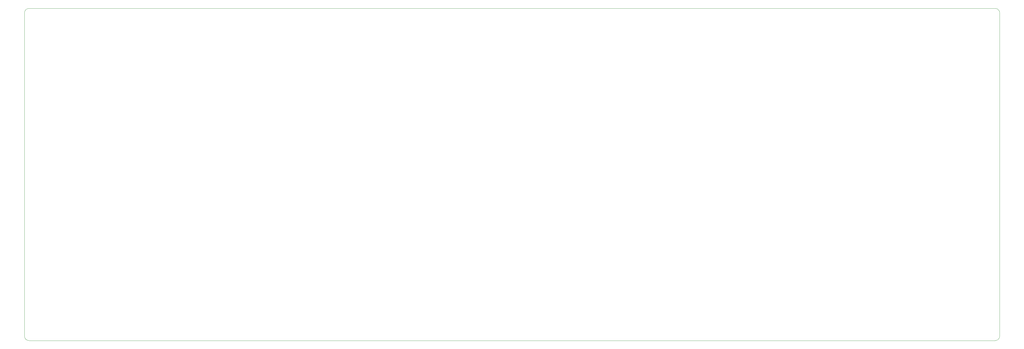
<source format=gbr>
G04 #@! TF.GenerationSoftware,KiCad,Pcbnew,(5.99.0-1615-g0042cd509)*
G04 #@! TF.CreationDate,2020-07-12T13:46:53-05:00*
G04 #@! TF.ProjectId,my-keyboard,6d792d6b-6579-4626-9f61-72642e6b6963,rev?*
G04 #@! TF.SameCoordinates,Original*
G04 #@! TF.FileFunction,Profile,NP*
%FSLAX46Y46*%
G04 Gerber Fmt 4.6, Leading zero omitted, Abs format (unit mm)*
G04 Created by KiCad (PCBNEW (5.99.0-1615-g0042cd509)) date 2020-07-12 13:46:53*
%MOMM*%
%LPD*%
G01*
G04 APERTURE LIST*
G04 #@! TA.AperFunction,Profile*
%ADD10C,0.050000*%
G04 #@! TD*
G04 APERTURE END LIST*
D10*
X50800000Y-103187500D02*
X382587500Y-103187500D01*
X49212500Y-104775000D02*
X49212500Y-215900000D01*
X49212500Y-104775000D02*
G75*
G02*
X50800000Y-103187500I1587500J0D01*
G01*
X50800000Y-217487500D02*
G75*
G02*
X49212500Y-215900000I0J1587500D01*
G01*
X382587500Y-217487500D02*
X50800000Y-217487500D01*
X384175000Y-104775000D02*
X384175000Y-215900000D01*
X384175000Y-215900000D02*
G75*
G02*
X382587500Y-217487500I-1587500J0D01*
G01*
X382587500Y-103187500D02*
G75*
G02*
X384175000Y-104775000I0J-1587500D01*
G01*
M02*

</source>
